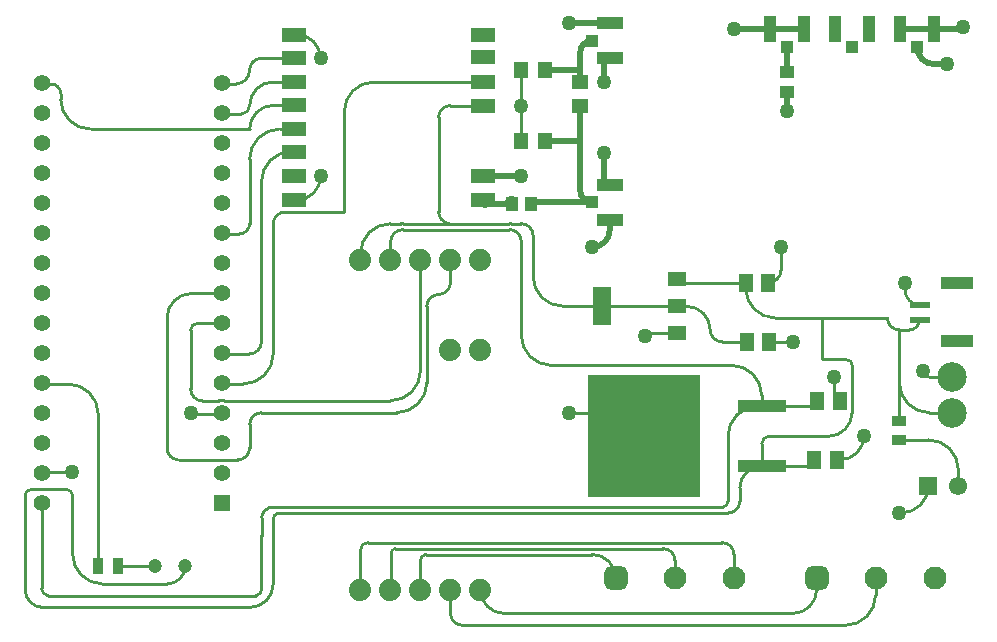
<source format=gbr>
G04*
G04 #@! TF.GenerationSoftware,Altium Limited,Altium Designer,24.6.1 (21)*
G04*
G04 Layer_Physical_Order=1*
G04 Layer_Color=255*
%FSLAX25Y25*%
%MOIN*%
G70*
G04*
G04 #@! TF.SameCoordinates,E7B071F1-E274-4D6C-8170-77C2E5B523DC*
G04*
G04*
G04 #@! TF.FilePolarity,Positive*
G04*
G01*
G75*
%ADD14C,0.01000*%
%ADD21R,0.05118X0.06299*%
%ADD22R,0.05906X0.04724*%
%ADD23R,0.05906X0.12992*%
%ADD24R,0.16142X0.04134*%
%ADD25R,0.37795X0.41142*%
%ADD26R,0.04969X0.03182*%
%ADD27R,0.03937X0.04134*%
%ADD28R,0.04134X0.08661*%
%ADD29R,0.05118X0.04331*%
%ADD30R,0.10630X0.03937*%
%ADD31R,0.06693X0.02362*%
%ADD32R,0.04134X0.03937*%
%ADD33R,0.08661X0.04134*%
%ADD34R,0.03347X0.05315*%
%ADD35R,0.05709X0.04724*%
%ADD36R,0.04331X0.05118*%
%ADD37R,0.04724X0.05709*%
%ADD38R,0.07874X0.05000*%
%ADD59C,0.05567*%
%ADD60R,0.05567X0.05567*%
%ADD62C,0.01968*%
%ADD63C,0.03937*%
%ADD64C,0.06102*%
%ADD65R,0.06102X0.06102*%
%ADD66C,0.07400*%
%ADD67C,0.07677*%
G04:AMPARAMS|DCode=68|XSize=76.77mil|YSize=76.77mil|CornerRadius=19.19mil|HoleSize=0mil|Usage=FLASHONLY|Rotation=0.000|XOffset=0mil|YOffset=0mil|HoleType=Round|Shape=RoundedRectangle|*
%AMROUNDEDRECTD68*
21,1,0.07677,0.03839,0,0,0.0*
21,1,0.03839,0.07677,0,0,0.0*
1,1,0.03839,0.01919,-0.01919*
1,1,0.03839,-0.01919,-0.01919*
1,1,0.03839,-0.01919,0.01919*
1,1,0.03839,0.01919,0.01919*
%
%ADD68ROUNDEDRECTD68*%
%ADD69C,0.09843*%
%ADD70C,0.04724*%
%ADD71C,0.05000*%
D14*
X314961Y71488D02*
G03*
X304961Y81488I-10000J0D01*
G01*
X295936Y57087D02*
G03*
X304961Y66111I0J9024D01*
G01*
X221260Y135039D02*
G03*
X222441Y133858I1181J0D01*
G01*
X251574D02*
G03*
X255906Y138189I0J4331D01*
G01*
X244094Y132047D02*
G03*
X254095Y122047I10000J0D01*
G01*
X78740Y25591D02*
G03*
X86614Y33465I0J7874D01*
G01*
X3937Y31496D02*
G03*
X9843Y25591I5906J0D01*
G01*
X88134Y57035D02*
G03*
X86614Y55118I449J-1917D01*
G01*
X81050Y29587D02*
G03*
X82677Y31653I-499J2066D01*
G01*
X80820Y29559D02*
G03*
X81050Y29587I-5J1000D01*
G01*
X88529Y57079D02*
G03*
X88526Y57079I121J-993D01*
G01*
X88650Y57087D02*
G03*
X88529Y57079I0J-1000D01*
G01*
X249410Y72677D02*
G03*
X242126Y65394I0J-7283D01*
G01*
X238189Y57087D02*
G03*
X242126Y61024I0J3937D01*
G01*
X88305Y57059D02*
G03*
X88526Y57079I-156J2996D01*
G01*
X236470Y59087D02*
G03*
X236718Y59119I-5J1000D01*
G01*
Y59119D02*
G03*
X238189Y61024I-498J1905D01*
G01*
X51339Y33465D02*
G03*
X57244Y39370I0J5906D01*
G01*
X19685Y43465D02*
G03*
X29685Y33465I10000J0D01*
G01*
X19685Y62992D02*
G03*
X17717Y64961I-1969J0D01*
G01*
X5906D02*
G03*
X3937Y62992I0J-1969D01*
G01*
X11304Y29581D02*
G03*
X11507Y29559I208J978D01*
G01*
X9370Y31969D02*
G03*
X11304Y29581I2441J0D01*
G01*
X88305Y57059D02*
G03*
X88134Y57035I55J-998D01*
G01*
X88583Y59087D02*
G03*
X88295Y59066I0J-2000D01*
G01*
X88149Y59055D02*
G03*
X88295Y59066I0J1000D01*
G01*
X82680Y48538D02*
G03*
X82709Y49370I-11971J832D01*
G01*
X82719Y55693D02*
G03*
X82709Y55551I989J-146D01*
G01*
X82680Y48538D02*
G03*
X82677Y48466I997J-72D01*
G01*
X86614Y59055D02*
G03*
X82719Y55693I0J-3937D01*
G01*
X248189Y92677D02*
G03*
X238189Y82677I0J-10000D01*
G01*
X129921Y151575D02*
G03*
X125669Y147323I0J-4252D01*
G01*
X169291Y147638D02*
G03*
X165354Y151575I-3937J0D01*
G01*
X169291Y116299D02*
G03*
X179291Y106299I10000J0D01*
G01*
X249410Y96299D02*
G03*
X239409Y106299I-10000J0D01*
G01*
X129246Y153543D02*
G03*
X129342Y153548I0J1000D01*
G01*
X129921Y153575D02*
G03*
X129342Y153548I0J-6252D01*
G01*
X165921Y153548D02*
G03*
X165354Y153575I-566J-5910D01*
G01*
X165921Y153548D02*
G03*
X166015Y153543I94J996D01*
G01*
X141732Y157480D02*
G03*
X145172Y153575I3937J0D01*
G01*
X125669Y153543D02*
G03*
X115669Y143543I0J-10000D01*
G01*
X295276Y100551D02*
G03*
X305276Y90551I10000J0D01*
G01*
X303150Y104331D02*
G03*
X305118Y102362I1969J0D01*
G01*
X291339Y122047D02*
G03*
X295276Y118110I3937J0D01*
G01*
X298622D02*
G03*
X302067Y121555I0J3445D01*
G01*
X279650Y106177D02*
G03*
X277559Y108268I-2091J0D01*
G01*
X297244Y131299D02*
G03*
X302067Y126476I4823J0D01*
G01*
X211417Y116929D02*
G03*
X210630Y116142I0J-787D01*
G01*
X273622Y96260D02*
G03*
X275394Y94488I1772J0D01*
G01*
X266102Y92677D02*
G03*
X267913Y94488I0J1811D01*
G01*
X210236Y82677D02*
G03*
X202362Y90551I-7874J0D01*
G01*
X275591Y74803D02*
G03*
X283465Y82677I0J7874D01*
G01*
X265591Y72677D02*
G03*
X267717Y74803I0J2126D01*
G01*
X251969Y82677D02*
G03*
X249410Y80118I0J-2559D01*
G01*
X271654Y82677D02*
G03*
X279528Y90551I0J7874D01*
G01*
X279635Y91330D02*
G03*
X279650Y91535I-1486J206D01*
G01*
X232283Y118110D02*
G03*
X236221Y114173I3937J0D01*
G01*
X232283Y118110D02*
G03*
X224409Y125984I-7874J0D01*
G01*
X145669Y192913D02*
G03*
X141732Y188976I0J-3937D01*
G01*
X173228Y149606D02*
G03*
X169291Y153543I-3937J0D01*
G01*
X173228Y135984D02*
G03*
X183228Y125984I10000J0D01*
G01*
X51181Y78740D02*
G03*
X55118Y74803I3937J0D01*
G01*
X74803D02*
G03*
X78740Y78740I0J3937D01*
G01*
X127795Y90551D02*
G03*
X137795Y100551I0J10000D01*
G01*
X82677Y90551D02*
G03*
X78740Y86614I0J-3937D01*
G01*
X141732Y129921D02*
G03*
X137795Y125984I0J-3937D01*
G01*
X125669Y94488D02*
G03*
X135669Y104488I0J10000D01*
G01*
X141732Y129921D02*
G03*
X145669Y133858I0J3937D01*
G01*
X59426Y130292D02*
G03*
X51181Y122047I0J-8245D01*
G01*
X61237Y120292D02*
G03*
X59055Y118110I0J-2182D01*
G01*
Y98425D02*
G03*
X62992Y94488I3937J0D01*
G01*
X68416D02*
G03*
X68589Y94504I-5J1000D01*
G01*
X70151Y94504D02*
G03*
X70324Y94488I177J984D01*
G01*
X70151Y94504D02*
G03*
X68589Y94504I-781J-4212D01*
G01*
X259842Y23622D02*
G03*
X267717Y31496I0J7874D01*
G01*
X155669Y31496D02*
G03*
X163543Y23622I7874J0D01*
G01*
X277402Y19685D02*
G03*
X287402Y29685I0J10000D01*
G01*
X145669Y23622D02*
G03*
X149606Y19685I3937J0D01*
G01*
X200787Y35433D02*
G03*
X192976Y43244I-7811J0D01*
G01*
X137419D02*
G03*
X137100Y43190I5J-1000D01*
G01*
D02*
G03*
X135669Y41181I695J-2009D01*
G01*
X220472Y41307D02*
G03*
X216535Y45244I-3937J0D01*
G01*
X127133D02*
G03*
X126192Y44570I5J-1000D01*
G01*
D02*
G03*
X125984Y43307I3729J-1262D01*
G01*
X125669Y31496D02*
G03*
X125984Y31811I0J315D01*
G01*
X240157Y43307D02*
G03*
X236221Y47244I-3937J0D01*
G01*
X118110D02*
G03*
X115669Y44803I0J-2441D01*
G01*
X90551Y157417D02*
G03*
X86614Y153480I0J-3937D01*
G01*
X97519Y157417D02*
G03*
X97530Y157417I0J1500D01*
G01*
X120236Y200787D02*
G03*
X110236Y190787I0J-10000D01*
G01*
X28248Y90108D02*
G03*
X18248Y100108I-10000J0D01*
G01*
X59055Y90551D02*
G03*
X59498Y90108I443J0D01*
G01*
X76614Y100108D02*
G03*
X86614Y110108I0J10000D01*
G01*
X78612D02*
G03*
X82677Y114173I0J4065D01*
G01*
X94488Y161417D02*
G03*
X102362Y169291I0J7874D01*
G01*
Y208661D02*
G03*
X94488Y216535I-7874J0D01*
G01*
X74124Y200108D02*
G03*
X78740Y204724I0J4616D01*
G01*
X82677Y208661D02*
G03*
X78740Y204724I0J-3937D01*
G01*
X75935Y190108D02*
G03*
X78740Y192913I0J2805D01*
G01*
X86614Y200787D02*
G03*
X78740Y192913I0J-7874D01*
G01*
X86662Y192961D02*
G03*
X78740Y185039I0J-7922D01*
G01*
X15748Y196850D02*
G03*
X12490Y200108I-3258J0D01*
G01*
X15748Y195039D02*
G03*
X25748Y185039I10000J0D01*
G01*
X88740Y185039D02*
G03*
X78740Y175039I0J-10000D01*
G01*
X75305Y150108D02*
G03*
X78740Y153543I0J3435D01*
G01*
X92677Y177539D02*
G03*
X82677Y167539I0J-10000D01*
G01*
X10128Y70866D02*
G03*
X9370Y70108I0J-758D01*
G01*
X295276Y87803D02*
Y100551D01*
X314961Y66111D02*
Y71488D01*
X295276Y81488D02*
X304961D01*
X295276Y57087D02*
X295936D01*
X169291Y192913D02*
Y204724D01*
Y181102D02*
Y192913D01*
X251181Y114173D02*
X259842D01*
X244094Y132047D02*
Y133858D01*
X222441D02*
X244094D01*
X254095Y122047D02*
X269685D01*
X3937Y31496D02*
Y62992D01*
X9843Y25591D02*
X78740D01*
X86614Y55118D02*
Y55118D01*
Y33465D02*
Y55118D01*
X11507Y29559D02*
X80820D01*
X82677Y31653D02*
Y48466D01*
X88650Y57087D02*
X238189D01*
X242126Y61024D02*
Y65394D01*
X88583Y59087D02*
X236470D01*
X238189Y61024D02*
Y82677D01*
X29685Y33465D02*
X51339D01*
X19685Y43465D02*
Y62992D01*
X5906Y64961D02*
X17717D01*
X86614Y59055D02*
X88149D01*
X82709Y49370D02*
Y55551D01*
X9370Y31969D02*
Y60292D01*
X249410Y72677D02*
X265591D01*
X249410D02*
Y80118D01*
X125669Y141496D02*
Y147323D01*
X129921Y151575D02*
X165354D01*
X169291Y116299D02*
Y147638D01*
X179291Y106299D02*
X239409D01*
X248189Y92677D02*
X249410D01*
X266102D01*
X249410D02*
Y96299D01*
X125669Y153543D02*
X129246D01*
X129921Y153575D02*
X145172D01*
X165354D01*
X166015Y153543D02*
X169291D01*
X115669Y141496D02*
Y143543D01*
X295276Y100551D02*
Y118110D01*
X305118Y102362D02*
X312992D01*
X295276Y118110D02*
X298622D01*
X305276Y90551D02*
X312992D01*
X269685Y122047D02*
X291339D01*
X269685Y108268D02*
X277559D01*
X269685D02*
Y122047D01*
X297244Y131299D02*
Y133858D01*
X211417Y116929D02*
X221260D01*
X273622Y96260D02*
Y102362D01*
X185039Y90551D02*
X202362D01*
X279650Y91535D02*
Y106177D01*
X273622Y74803D02*
X275591D01*
X251969Y82677D02*
X271654D01*
X279528Y90551D02*
X279635Y91330D01*
X255906Y138189D02*
Y145669D01*
X236221Y114173D02*
X245079D01*
X221260Y125984D02*
X224409D01*
X183228D02*
X196063D01*
X221260D01*
X145669Y192913D02*
X156604D01*
X141732Y157480D02*
Y188976D01*
X173228Y135984D02*
Y149606D01*
X55118Y74803D02*
X74803D01*
X78740Y78740D02*
Y86614D01*
X82677Y90551D02*
X127795D01*
X70324Y94488D02*
X125669D01*
X137795Y100551D02*
Y125984D01*
X145669Y133858D02*
Y141496D01*
X59426Y130292D02*
X69370D01*
X51181Y78740D02*
Y122047D01*
X61237Y120292D02*
X69370D01*
X59055Y98425D02*
Y118110D01*
X62992Y94488D02*
X68416D01*
X70324D02*
X70324D01*
X135669Y104488D02*
Y141496D01*
X163543Y23622D02*
X259842D01*
X267717Y31496D02*
Y35433D01*
X149606Y19685D02*
X277402D01*
X145669Y23622D02*
Y31496D01*
X287402Y29685D02*
Y35433D01*
X137419Y43244D02*
X192976D01*
X137419D02*
X137419D01*
X135669Y31496D02*
Y41181D01*
X220472Y35433D02*
Y41307D01*
X127133Y45244D02*
X216535D01*
X127133D02*
X127133D01*
X125984Y31811D02*
Y43307D01*
X240157Y35433D02*
Y43307D01*
X118110Y47244D02*
X236221D01*
X115669Y31496D02*
Y44803D01*
X86614Y110108D02*
Y153480D01*
X90551Y157417D02*
X97519D01*
X97530Y157417D02*
X110236Y157480D01*
Y190787D02*
X110236D01*
X110236Y157480D02*
Y190787D01*
X28248Y39370D02*
Y90108D01*
X9370Y100108D02*
X18248D01*
X34744Y39370D02*
X47244D01*
X59498Y90108D02*
X69370D01*
X10128Y70866D02*
X19685D01*
X69370Y100108D02*
X76614D01*
X120236Y200787D02*
X156604D01*
X93582Y161417D02*
X94488D01*
X93612Y216535D02*
X94488D01*
X69370Y200108D02*
X74124D01*
X82677Y208661D02*
X93582D01*
X69370Y190108D02*
X75935D01*
X86614Y200787D02*
X93604D01*
X9370Y200108D02*
X12490D01*
X15748Y195039D02*
Y196850D01*
X25748Y185039D02*
X78740D01*
X86662Y192961D02*
X93582D01*
X69370Y150108D02*
X75305D01*
X78740Y153543D02*
Y175039D01*
X88740Y185039D02*
X93612D01*
X69370Y110108D02*
X78612D01*
X82677Y114173D02*
Y167539D01*
X92677Y177539D02*
X93612D01*
X166043Y161417D02*
X166043Y161417D01*
D21*
X274409Y74803D02*
D03*
X266929D02*
D03*
X275394Y94488D02*
D03*
X267914D02*
D03*
X244489Y114173D02*
D03*
X251969D02*
D03*
X244094Y133858D02*
D03*
X251574D02*
D03*
D22*
X221260Y116929D02*
D03*
Y125984D02*
D03*
Y135039D02*
D03*
D23*
X196063Y125984D02*
D03*
D24*
X249410Y72677D02*
D03*
Y92677D02*
D03*
D25*
X210236Y82677D02*
D03*
D26*
X295276Y81488D02*
D03*
Y87803D02*
D03*
D27*
X301181Y212500D02*
D03*
X279528D02*
D03*
X257874D02*
D03*
D28*
X306988Y218504D02*
D03*
X295374D02*
D03*
X285335D02*
D03*
X273721D02*
D03*
X263681D02*
D03*
X252067D02*
D03*
D29*
X257874Y204035D02*
D03*
Y197539D02*
D03*
D30*
X314665Y114272D02*
D03*
Y133760D02*
D03*
D31*
X302067Y121555D02*
D03*
Y126476D02*
D03*
D32*
X192815Y160630D02*
D03*
Y214567D02*
D03*
D33*
X198819Y154823D02*
D03*
Y166437D02*
D03*
Y220374D02*
D03*
Y208760D02*
D03*
D34*
X28248Y39370D02*
D03*
X34744D02*
D03*
D35*
X188976Y192897D02*
D03*
Y200771D02*
D03*
D36*
X172539Y160220D02*
D03*
X166043D02*
D03*
D37*
X169291Y181102D02*
D03*
X177165D02*
D03*
Y204724D02*
D03*
X169291D02*
D03*
D38*
X156604Y161417D02*
D03*
Y200787D02*
D03*
X156612Y209035D02*
D03*
Y216535D02*
D03*
X93604Y169541D02*
D03*
X156604Y169291D02*
D03*
X93612Y216535D02*
D03*
X93582Y161417D02*
D03*
Y208661D02*
D03*
X93604Y200787D02*
D03*
X93612Y185039D02*
D03*
Y177539D02*
D03*
X93582Y192961D02*
D03*
X156604Y192913D02*
D03*
D59*
X9370Y60292D02*
D03*
Y70292D02*
D03*
Y80292D02*
D03*
Y90292D02*
D03*
Y100292D02*
D03*
Y110292D02*
D03*
Y120292D02*
D03*
Y130292D02*
D03*
Y140292D02*
D03*
Y150292D02*
D03*
Y160292D02*
D03*
Y170292D02*
D03*
Y180292D02*
D03*
Y190292D02*
D03*
Y200292D02*
D03*
X69370D02*
D03*
Y190292D02*
D03*
Y180292D02*
D03*
Y170292D02*
D03*
Y160292D02*
D03*
Y150292D02*
D03*
Y140292D02*
D03*
Y130292D02*
D03*
Y120292D02*
D03*
Y110292D02*
D03*
Y100292D02*
D03*
Y90292D02*
D03*
Y80292D02*
D03*
Y70292D02*
D03*
D60*
Y60292D02*
D03*
D62*
X301181Y212500D02*
G03*
X306988Y206693I5807J0D01*
G01*
X315982Y218504D02*
G03*
X316482Y219004I0J500D01*
G01*
X198819Y208760D02*
G03*
X196850Y206791I0J-1969D01*
G01*
X185039Y220472D02*
G03*
X185138Y220374I98J0D01*
G01*
X196850Y168405D02*
G03*
X198819Y166437I1969J0D01*
G01*
X192913Y145669D02*
G03*
X198819Y151575I0J5906D01*
G01*
X192815Y214567D02*
G03*
X188976Y210728I0J-3839D01*
G01*
X172950Y160630D02*
G03*
X172539Y160220I0J-410D01*
G01*
X188976Y164469D02*
G03*
X192815Y160630I3839J0D01*
G01*
X156604Y161417D02*
G03*
X157802Y160220I1198J0D01*
G01*
X306988Y206693D02*
X311024D01*
X306988Y218504D02*
X315982D01*
X295374D02*
X306988D01*
X257874Y190945D02*
Y197539D01*
Y204035D02*
Y212500D01*
X252067Y218504D02*
X263681D01*
X240158D02*
X252067D01*
X196850Y200787D02*
Y206791D01*
X185138Y220374D02*
X198819D01*
X196850Y168405D02*
Y177165D01*
X198819Y151575D02*
Y154823D01*
X156604Y169291D02*
Y169291D01*
Y169291D02*
X169291D01*
X188976Y204724D02*
Y210728D01*
Y200771D02*
Y204724D01*
X177165D02*
X188976D01*
Y181102D02*
Y192897D01*
Y164469D02*
Y181102D01*
X177165D02*
X188976D01*
X177165D02*
Y181102D01*
X172950Y160630D02*
X192815D01*
X157802Y160220D02*
X166043D01*
D63*
X156604Y161417D02*
X157136Y160886D01*
X156604Y169291D02*
X156604Y169291D01*
X169291D02*
X169291Y169291D01*
X165771Y160886D02*
X166043Y160613D01*
Y160220D02*
Y160613D01*
D64*
X314961Y66111D02*
D03*
D65*
X304961D02*
D03*
D66*
X155669Y111496D02*
D03*
X145669D02*
D03*
X155669Y141496D02*
D03*
X145669D02*
D03*
X135669D02*
D03*
X125669D02*
D03*
X115669D02*
D03*
Y31496D02*
D03*
X125669D02*
D03*
X135669D02*
D03*
X145669D02*
D03*
X155669D02*
D03*
D67*
X307087Y35433D02*
D03*
X287402D02*
D03*
X240157D02*
D03*
X220472D02*
D03*
D68*
X267717D02*
D03*
X200787D02*
D03*
D69*
X312992Y90551D02*
D03*
Y102362D02*
D03*
D70*
X57244Y39370D02*
D03*
X47244D02*
D03*
D71*
X196850Y200787D02*
D03*
Y177165D02*
D03*
X192913Y145669D02*
D03*
X240158Y218504D02*
D03*
X316482Y219004D02*
D03*
X311024Y206693D02*
D03*
X259842Y114173D02*
D03*
X295276Y57087D02*
D03*
X303150Y104331D02*
D03*
X297244Y133858D02*
D03*
X210630Y116142D02*
D03*
X273622Y102362D02*
D03*
X185039Y90551D02*
D03*
X257874Y190945D02*
D03*
X283465Y82677D02*
D03*
X255906Y145669D02*
D03*
X169291Y192913D02*
D03*
X59055Y90551D02*
D03*
X19685Y70866D02*
D03*
X102362Y169291D02*
D03*
Y208661D02*
D03*
X185039Y220472D02*
D03*
X169291Y169291D02*
D03*
M02*

</source>
